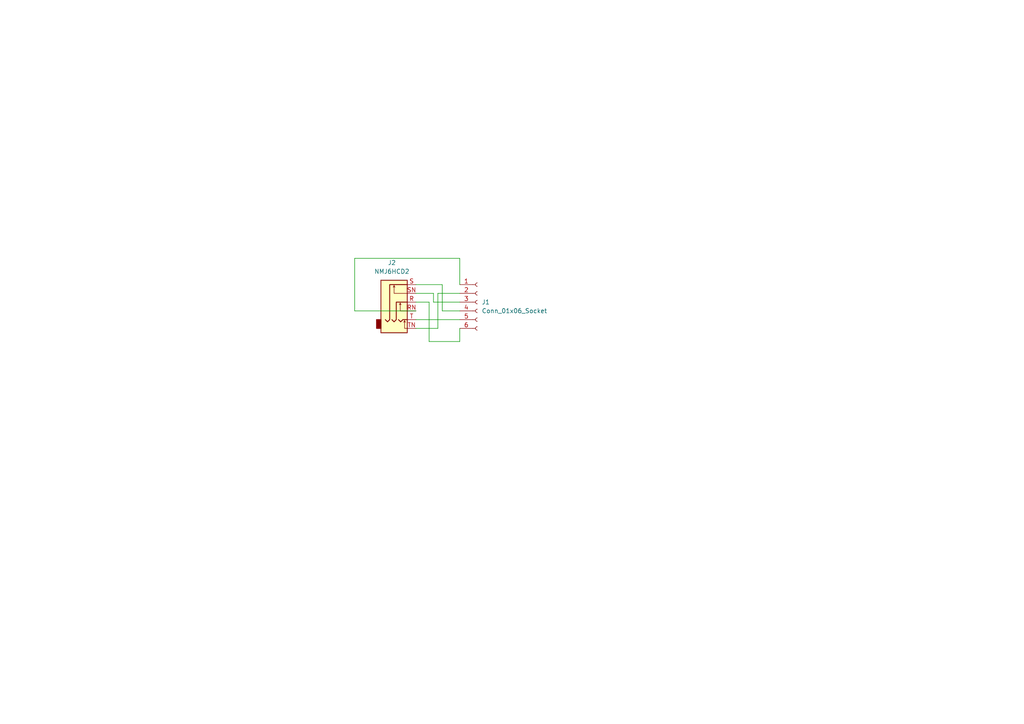
<source format=kicad_sch>
(kicad_sch (version 20250114) (generator "eeschema") (generator_version "9.0")
  (paper "A4")
  (lib_symbols
    (symbol "Connector:Conn_01x06_Socket" (pin_names (offset 1.016) (hide yes))
      (property "Reference" "J" (at 0 7.62 0))
      (property "Value" "Conn_01x06_Socket" (at 0 -10.16 0))
      (symbol "Conn_01x06_Socket_1_1"
        (polyline (pts (xy -1.27 5.08) (xy -0.508 5.08)) (stroke (width 0.1524)))
        (polyline (pts (xy -1.27 2.54) (xy -0.508 2.54)) (stroke (width 0.1524)))
        (polyline (pts (xy -1.27 0) (xy -0.508 0)) (stroke (width 0.1524)))
        (polyline (pts (xy -1.27 -2.54) (xy -0.508 -2.54)) (stroke (width 0.1524)))
        (polyline (pts (xy -1.27 -5.08) (xy -0.508 -5.08)) (stroke (width 0.1524)))
        (polyline (pts (xy -1.27 -7.62) (xy -0.508 -7.62)) (stroke (width 0.1524)))
        (arc (start 0 4.572) (mid -0.5058 5.08) (end 0 5.588) (stroke (width 0.1524)))
        (arc (start 0 2.032) (mid -0.5058 2.54) (end 0 3.048) (stroke (width 0.1524)))
        (arc (start 0 -0.508) (mid -0.5058 0) (end 0 0.508) (stroke (width 0.1524)))
        (arc (start 0 -3.048) (mid -0.5058 -2.54) (end 0 -2.032) (stroke (width 0.1524)))
        (arc (start 0 -5.588) (mid -0.5058 -5.08) (end 0 -4.572) (stroke (width 0.1524)))
        (arc (start 0 -8.128) (mid -0.5058 -7.62) (end 0 -7.112) (stroke (width 0.1524)))
        (pin passive line (at -5.08 5.08 0) (length 3.81) (name "Pin_1") (number "1"))
        (pin passive line (at -5.08 2.54 0) (length 3.81) (name "Pin_2") (number "2"))
        (pin passive line (at -5.08 0 0) (length 3.81) (name "Pin_3") (number "3"))
        (pin passive line (at -5.08 -2.54 0) (length 3.81) (name "Pin_4") (number "4"))
        (pin passive line (at -5.08 -5.08 0) (length 3.81) (name "Pin_5") (number "5"))
        (pin passive line (at -5.08 -7.62 0) (length 3.81) (name "Pin_6") (number "6"))
      )
    )
    (symbol "Connector_Audio:NMJ6HCD2"
      (property "Reference" "J" (at 0 11.43 0))
      (property "Value" "NMJ6HCD2" (at 0 8.89 0))
      (symbol "NMJ6HCD2_0_1"
        (rectangle (start -5.08 -5.08) (end -6.35 -7.62) (stroke (width 0.254)) (fill (type outline)))
        (polyline (pts (xy -1.905 -5.08) (xy -1.27 -5.715) (xy -0.635 -5.08) (xy -0.635 0) (xy 2.54 0)) (stroke (width 0.254)))
        (polyline (pts (xy -1.27 4.826) (xy -1.016 4.318)))
        (polyline (pts (xy 0 -5.08) (xy 0.635 -5.715) (xy 1.27 -5.08) (xy 2.54 -5.08)) (stroke (width 0.254)))
        (polyline (pts (xy 0.508 -0.254) (xy 0.762 -0.762)))
        (polyline (pts (xy 1.778 -5.334) (xy 2.032 -5.842)))
        (rectangle (start 2.54 6.35) (end -5.08 -8.89) (stroke (width 0.254)) (fill (type background)))
        (polyline (pts (xy 2.54 5.08) (xy -2.54 5.08) (xy -2.54 -5.08) (xy -3.175 -5.715) (xy -3.81 -5.08)) (stroke (width 0.254)))
        (polyline (pts (xy 2.54 2.54) (xy -1.27 2.54) (xy -1.27 4.826) (xy -1.524 4.318)))
        (polyline (pts (xy 2.54 -2.54) (xy 0.508 -2.54) (xy 0.508 -0.254) (xy 0.254 -0.762)))
        (polyline (pts (xy 2.54 -7.62) (xy 1.778 -7.62) (xy 1.778 -5.334) (xy 1.524 -5.842)))
      )
      (symbol "NMJ6HCD2_1_1"
        (pin passive line (at 5.08 5.08 180) (length 2.54) (name "~") (number "S"))
        (pin passive line (at 5.08 2.54 180) (length 2.54) (name "~") (number "SN"))
        (pin passive line (at 5.08 0 180) (length 2.54) (name "~") (number "R"))
        (pin passive line (at 5.08 -2.54 180) (length 2.54) (name "~") (number "RN"))
        (pin passive line (at 5.08 -5.08 180) (length 2.54) (name "~") (number "T"))
        (pin passive line (at 5.08 -7.62 180) (length 2.54) (name "~") (number "TN"))
      )
    )
  )
  (wire (pts (xy 127 95.25) (xy 127 85.09)))
  (wire (pts (xy 120.65 87.63) (xy 124.46 87.63)))
  (wire (pts (xy 133.35 74.93) (xy 133.35 82.55)))
  (wire (pts (xy 102.87 90.17) (xy 102.87 74.93)))
  (wire (pts (xy 120.65 92.71) (xy 133.35 92.71)))
  (wire (pts (xy 133.35 99.06) (xy 133.35 95.25)))
  (wire (pts (xy 120.65 82.55) (xy 128.27 82.55)))
  (wire (pts (xy 128.27 82.55) (xy 128.27 90.17)))
  (wire (pts (xy 120.65 85.09) (xy 125.73 85.09)))
  (wire (pts (xy 127 85.09) (xy 133.35 85.09)))
  (wire (pts (xy 120.65 95.25) (xy 127 95.25)))
  (wire (pts (xy 120.65 90.17) (xy 102.87 90.17)))
  (wire (pts (xy 125.73 85.09) (xy 125.73 87.63)))
  (wire (pts (xy 128.27 90.17) (xy 133.35 90.17)))
  (wire (pts (xy 124.46 87.63) (xy 124.46 99.06)))
  (wire (pts (xy 125.73 87.63) (xy 133.35 87.63)))
  (wire (pts (xy 124.46 99.06) (xy 133.35 99.06)))
  (wire (pts (xy 102.87 74.93) (xy 133.35 74.93)))
  (symbol (lib_id "Connector:Conn_01x06_Socket") (at 138.43 87.63 0) (unit 1)
    (property "Reference" "J1" (at 139.7 87.6299 0) (effects (justify left)))
    (property "Value" "Conn_01x06_Socket" (at 139.7 90.1699 0) (effects (justify left)))
    (property "Footprint" "Connector_JST:JST_PH_B6B-PH-K_1x06_P2.00mm_Vertical" (effects (hide yes)))
    (property "Description" "Generic connector, single row, 01x06, script generated" (effects (hide yes)))
  )
  (symbol (lib_id "Connector_Audio:NMJ6HCD2") (at 115.57 87.63 0) (unit 1)
    (property "Reference" "J2" (at 113.665 76.2 0))
    (property "Value" "NMJ6HCD2" (at 113.665 78.74 0))
    (property "Footprint" "Connector_Audio:Jack_6.35mm_Neutrik_NMJ6HF-S_Horizontal" (effects (hide yes)))
    (property "Datasheet" "https://www.neutrik.com/en/product/nmj6hcd2" (effects (hide yes)))
    (property "Description" "M Series, 6.35mm (1/4in) stereo jack, switched, with chrome ferrule and straight PCB pins" (effects (hide yes)))
  )
)
</source>
